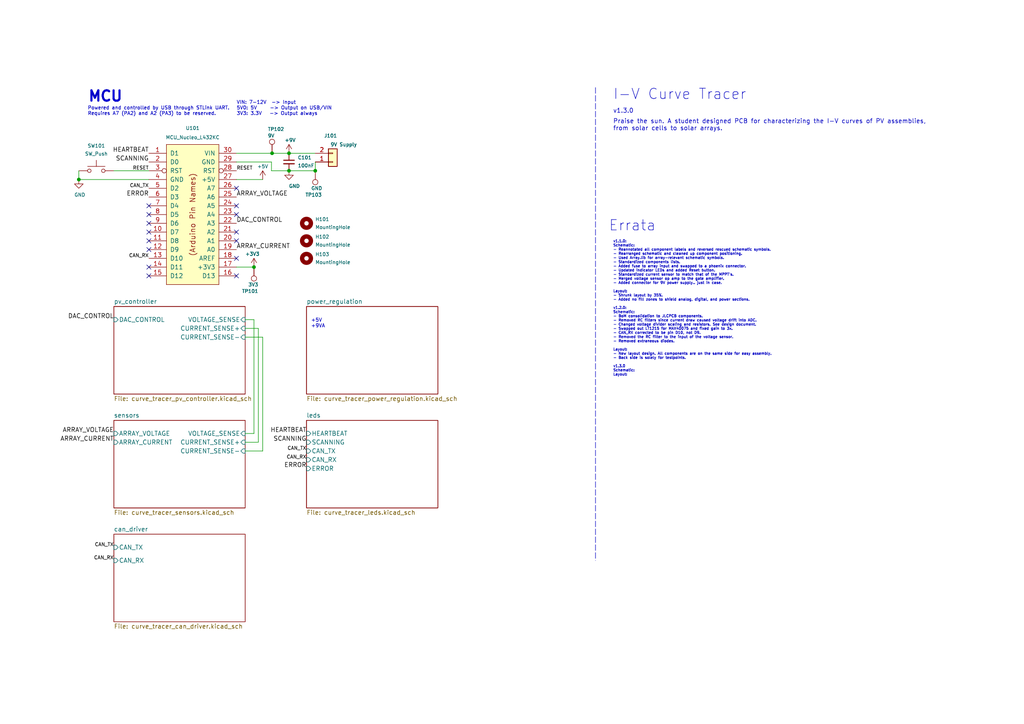
<source format=kicad_sch>
(kicad_sch (version 20211123) (generator eeschema)
  (paper "A4")
  (title_block (title "Curve Tracer") (date "2022-06-05") (rev "1.3.0") (company "Longhorn Racing Solar") (comment 1 "Matthew Yu") (comment 2 "Gary Hallock"))
  (lib_symbols
    (symbol "Array:MCU_Nucleo_L432KC" (pin_names (offset 1.016))
      (property "Reference" "U" (at 0 -21.59 0))
      (property "Value" "MCU_Nucleo_L432KC" (at 0 21.59 0))
      (symbol "MCU_Nucleo_L432KC_0_0"
        (rectangle (start -7.62 20.32) (end 7.62 -20.32) (fill (type background)))
      )
      (symbol "MCU_Nucleo_L432KC_0_1"
        (text "(Arduino Pin Names)" (at 0 0 900) (effects (font (size 1.524 1.524))))
      )
      (symbol "MCU_Nucleo_L432KC_0_2"
        (text "(Nucleo Pin Names)" (at 0 0 900) (effects (font (size 1.524 1.524))))
      )
      (symbol "MCU_Nucleo_L432KC_1_1"
        (pin bidirectional line (at -12.7 17.78 0) (length 5.08) (name "D1") (number "1"))
        (pin bidirectional line (at -12.7 -5.08 0) (length 5.08) (name "D7") (number "10"))
        (pin bidirectional line (at -12.7 -7.62 0) (length 5.08) (name "D8") (number "11"))
        (pin bidirectional line (at -12.7 -10.16 0) (length 5.08) (name "D9") (number "12"))
        (pin bidirectional line (at -12.7 -12.7 0) (length 5.08) (name "D10") (number "13"))
        (pin bidirectional line (at -12.7 -15.24 0) (length 5.08) (name "D11") (number "14"))
        (pin bidirectional line (at -12.7 -17.78 0) (length 5.08) (name "D12") (number "15"))
        (pin bidirectional line (at 12.7 -17.78 180) (length 5.08) (name "D13") (number "16"))
        (pin power_out line (at 12.7 -15.24 180) (length 5.08) (name "+3V3") (number "17"))
        (pin input line (at 12.7 -12.7 180) (length 5.08) (name "AREF") (number "18"))
        (pin bidirectional line (at 12.7 -10.16 180) (length 5.08) (name "A0") (number "19"))
        (pin bidirectional line (at -12.7 15.24 0) (length 5.08) (name "D0") (number "2"))
        (pin bidirectional line (at 12.7 -7.62 180) (length 5.08) (name "A1") (number "20"))
        (pin bidirectional line (at 12.7 -5.08 180) (length 5.08) (name "A2") (number "21"))
        (pin bidirectional line (at 12.7 -2.54 180) (length 5.08) (name "A3") (number "22"))
        (pin bidirectional line (at 12.7 0 180) (length 5.08) (name "A4") (number "23"))
        (pin bidirectional line (at 12.7 2.54 180) (length 5.08) (name "A5") (number "24"))
        (pin bidirectional line (at 12.7 5.08 180) (length 5.08) (name "A6") (number "25"))
        (pin bidirectional line (at 12.7 7.62 180) (length 5.08) (name "A7") (number "26"))
        (pin power_out line (at 12.7 10.16 180) (length 5.08) (name "+5V") (number "27"))
        (pin input inverted (at 12.7 12.7 180) (length 5.08) (name "RST") (number "28"))
        (pin power_out line (at 12.7 15.24 180) (length 5.08) (name "GND") (number "29"))
        (pin input inverted (at -12.7 12.7 0) (length 5.08) (name "RST") (number "3"))
        (pin power_out line (at 12.7 17.78 180) (length 5.08) (name "VIN") (number "30"))
        (pin power_in line (at -12.7 10.16 0) (length 5.08) (name "GND") (number "4"))
        (pin bidirectional line (at -12.7 7.62 0) (length 5.08) (name "D2") (number "5"))
        (pin bidirectional line (at -12.7 5.08 0) (length 5.08) (name "D3") (number "6"))
        (pin bidirectional line (at -12.7 2.54 0) (length 5.08) (name "D4") (number "7"))
        (pin bidirectional line (at -12.7 0 0) (length 5.08) (name "D5") (number "8"))
        (pin bidirectional line (at -12.7 -2.54 0) (length 5.08) (name "D6") (number "9"))
      )
      (symbol "MCU_Nucleo_L432KC_1_2"
        (pin bidirectional line (at -12.7 17.78 0) (length 5.08) (name "PA9") (number "1"))
        (pin bidirectional line (at -12.7 -5.08 0) (length 5.08) (name "PC14") (number "10"))
        (pin bidirectional line (at -12.7 -7.62 0) (length 5.08) (name "PC15") (number "11"))
        (pin bidirectional line (at -12.7 -10.16 0) (length 5.08) (name "PA8") (number "12"))
        (pin bidirectional line (at -12.7 -12.7 0) (length 5.08) (name "PA11") (number "13"))
        (pin bidirectional line (at -12.7 -15.24 0) (length 5.08) (name "PB5") (number "14"))
        (pin bidirectional line (at -12.7 -17.78 0) (length 5.08) (name "PB4") (number "15"))
        (pin bidirectional line (at 12.7 -17.78 180) (length 5.08) (name "PB3") (number "16"))
        (pin power_out line (at 12.7 -15.24 180) (length 5.08) (name "+3V3") (number "17"))
        (pin input line (at 12.7 -12.7 180) (length 5.08) (name "AREF") (number "18"))
        (pin bidirectional line (at 12.7 -10.16 180) (length 5.08) (name "PA0") (number "19"))
        (pin bidirectional line (at -12.7 15.24 0) (length 5.08) (name "PA10") (number "2"))
        (pin bidirectional line (at 12.7 -7.62 180) (length 5.08) (name "PA1") (number "20"))
        (pin bidirectional line (at 12.7 -5.08 180) (length 5.08) (name "PA3") (number "21"))
        (pin bidirectional line (at 12.7 -2.54 180) (length 5.08) (name "PA4") (number "22"))
        (pin bidirectional line (at 12.7 0 180) (length 5.08) (name "PA5") (number "23"))
        (pin bidirectional line (at 12.7 2.54 180) (length 5.08) (name "PA6") (number "24"))
        (pin bidirectional line (at 12.7 5.08 180) (length 5.08) (name "PA7") (number "25"))
        (pin bidirectional line (at 12.7 7.62 180) (length 5.08) (name "PA2") (number "26"))
        (pin power_out line (at 12.7 10.16 180) (length 5.08) (name "+5V") (number "27"))
        (pin input inverted (at 12.7 12.7 180) (length 5.08) (name "RST") (number "28"))
        (pin power_in line (at 12.7 15.24 180) (length 5.08) (name "GND") (number "29"))
        (pin input inverted (at -12.7 12.7 0) (length 5.08) (name "RST") (number "3"))
        (pin power_in line (at 12.7 17.78 180) (length 5.08) (name "VIN") (number "30"))
        (pin power_in line (at -12.7 10.16 0) (length 5.08) (name "GND") (number "4"))
        (pin bidirectional line (at -12.7 7.62 0) (length 5.08) (name "PA12") (number "5"))
        (pin bidirectional line (at -12.7 5.08 0) (length 5.08) (name "PB0") (number "6"))
        (pin bidirectional line (at -12.7 2.54 0) (length 5.08) (name "PB7") (number "7"))
        (pin bidirectional line (at -12.7 0 0) (length 5.08) (name "PB6") (number "8"))
        (pin bidirectional line (at -12.7 -2.54 0) (length 5.08) (name "PB1") (number "9"))
      )
    )
    (symbol "Connector:TestPoint" (pin_numbers hide) (pin_names (offset 0.762) hide)
      (property "Reference" "TP" (at 0 6.858 0))
      (property "Value" "TestPoint" (at 0 5.08 0))
      (symbol "TestPoint_0_1"
        (circle (center 0 3.302) (radius 0.762))
      )
      (symbol "TestPoint_1_1"
        (pin passive line (at 0 0 90) (length 2.54) (name "1") (number "1"))
      )
    )
    (symbol "Connector_Generic:Conn_01x02" (pin_names (offset 1.016) hide)
      (property "Reference" "J" (at 0 2.54 0))
      (property "Value" "Conn_01x02" (at 0 -5.08 0))
      (symbol "Conn_01x02_1_1"
        (rectangle (start -1.27 -2.413) (end 0 -2.667) (stroke (width 0.1524)))
        (rectangle (start -1.27 0.127) (end 0 -0.127) (stroke (width 0.1524)))
        (rectangle (start -1.27 1.27) (end 1.27 -3.81) (stroke (width 0.254)) (fill (type background)))
        (pin passive line (at -5.08 0 0) (length 3.81) (name "Pin_1") (number "1"))
        (pin passive line (at -5.08 -2.54 0) (length 3.81) (name "Pin_2") (number "2"))
      )
    )
    (symbol "Device:C_Small" (pin_numbers hide) (pin_names (offset 0.254) hide)
      (property "Reference" "C" (at 0.254 1.778 0))
      (property "Value" "C_Small" (at 0.254 -2.032 0))
      (symbol "C_Small_0_1"
        (polyline (pts (xy -1.524 -0.508) (xy 1.524 -0.508)) (stroke (width 0.3302)))
        (polyline (pts (xy -1.524 0.508) (xy 1.524 0.508)) (stroke (width 0.3048)))
      )
      (symbol "C_Small_1_1"
        (pin passive line (at 0 2.54 270) (length 2.032) (name "~") (number "1"))
        (pin passive line (at 0 -2.54 90) (length 2.032) (name "~") (number "2"))
      )
    )
    (symbol "Mechanical:MountingHole" (pin_names (offset 1.016))
      (property "Reference" "H" (at 0 5.08 0))
      (property "Value" "MountingHole" (at 0 3.175 0))
      (symbol "MountingHole_0_1"
        (circle (center 0 0) (radius 1.27) (stroke (width 1.27)))
      )
    )
    (symbol "Switch:SW_Push" (pin_numbers hide) (pin_names (offset 1.016) hide)
      (property "Reference" "SW" (at 1.27 2.54 0))
      (property "Value" "SW_Push" (at 0 -1.524 0))
      (symbol "SW_Push_0_1"
        (circle (center -2.032 0) (radius 0.508))
        (polyline (pts (xy 0 1.27) (xy 0 3.048)))
        (polyline (pts (xy 2.54 1.27) (xy -2.54 1.27)))
        (circle (center 2.032 0) (radius 0.508))
        (pin passive line (at -5.08 0 0) (length 2.54) (name "1") (number "1"))
        (pin passive line (at 5.08 0 180) (length 2.54) (name "2") (number "2"))
      )
    )
    (symbol "power:+3V3" (power) (pin_names (offset 0))
      (property "Value" "+3V3" (at 0 3.556 0))
      (symbol "+3V3_0_1"
        (polyline (pts (xy -0.762 1.27) (xy 0 2.54)))
        (polyline (pts (xy 0 0) (xy 0 2.54)))
        (polyline (pts (xy 0 2.54) (xy 0.762 1.27)))
      )
      (symbol "+3V3_1_1"
        (pin power_in line (at 0 0 90) (length 0) hide (name "+3V3") (number "1"))
      )
    )
    (symbol "power:+5V" (power) (pin_names (offset 0))
      (property "Value" "+5V" (at 0 3.556 0))
      (symbol "+5V_0_1"
        (polyline (pts (xy -0.762 1.27) (xy 0 2.54)))
        (polyline (pts (xy 0 0) (xy 0 2.54)))
        (polyline (pts (xy 0 2.54) (xy 0.762 1.27)))
      )
      (symbol "+5V_1_1"
        (pin power_in line (at 0 0 90) (length 0) hide (name "+5V") (number "1"))
      )
    )
    (symbol "power:+9V" (power) (pin_names (offset 0))
      (property "Value" "+9V" (at 0 3.556 0))
      (symbol "+9V_0_1"
        (polyline (pts (xy -0.762 1.27) (xy 0 2.54)))
        (polyline (pts (xy 0 0) (xy 0 2.54)))
        (polyline (pts (xy 0 2.54) (xy 0.762 1.27)))
      )
      (symbol "+9V_1_1"
        (pin power_in line (at 0 0 90) (length 0) hide (name "+9V") (number "1"))
      )
    )
    (symbol "power:GND" (power) (pin_names (offset 0))
      (property "Value" "GND" (at 0 -3.81 0))
      (symbol "GND_0_1"
        (polyline (pts (xy 0 0) (xy 0 -1.27) (xy 1.27 -1.27) (xy 0 -2.54) (xy -1.27 -1.27) (xy 0 -1.27)))
      )
      (symbol "GND_1_1"
        (pin power_in line (at 0 0 270) (length 0) hide (name "GND") (number "1"))
      )
    )
  )
  (junction (at 83.82 44.45))
  (junction (at 78.911 44.45))
  (junction (at 83.82 49.53))
  (junction (at 22.86 52.07))
  (junction (at 73.66 77.47))
  (junction (at 91.44 49.53))
  (no_connect (at 68.58 74.93))
  (no_connect (at 43.18 80.01))
  (no_connect (at 43.18 72.39))
  (no_connect (at 43.18 69.85))
  (no_connect (at 43.18 64.77))
  (no_connect (at 68.58 54.61))
  (no_connect (at 68.58 80.01))
  (no_connect (at 43.18 59.69))
  (no_connect (at 68.58 67.31))
  (no_connect (at 68.58 62.23))
  (no_connect (at 43.18 67.31))
  (no_connect (at 43.18 77.47))
  (no_connect (at 68.58 69.85))
  (no_connect (at 43.18 62.23))
  (no_connect (at 68.58 59.69))
  (wire (pts (xy 71.12 97.79) (xy 76.2 97.79)))
  (wire (pts (xy 71.12 92.71) (xy 73.66 92.71)))
  (wire (pts (xy 71.12 95.25) (xy 74.93 95.25)))
  (wire (pts (xy 83.82 44.45) (xy 91.44 44.45)))
  (wire (pts (xy 73.66 77.47) (xy 68.58 77.47)))
  (polyline (pts (xy 172.72 25.4) (xy 172.72 162.56)))
  (wire (pts (xy 73.66 92.71) (xy 73.66 125.73)))
  (wire (pts (xy 33.02 49.53) (xy 43.18 49.53)))
  (wire (pts (xy 68.58 44.45) (xy 78.911 44.45)))
  (wire (pts (xy 68.58 52.07) (xy 76.2 52.07)))
  (wire (pts (xy 74.93 128.27) (xy 71.12 128.27)))
  (wire (pts (xy 76.2 97.79) (xy 76.2 130.81)))
  (wire (pts (xy 78.74 46.99) (xy 78.74 49.53)))
  (wire (pts (xy 68.58 46.99) (xy 78.74 46.99)))
  (wire (pts (xy 83.82 49.53) (xy 91.44 49.53)))
  (wire (pts (xy 22.86 52.07) (xy 43.18 52.07)))
  (wire (pts (xy 22.86 49.53) (xy 22.86 52.07)))
  (wire (pts (xy 74.93 95.25) (xy 74.93 128.27)))
  (wire (pts (xy 78.911 44.45) (xy 83.82 44.45)))
  (wire (pts (xy 78.74 49.53) (xy 83.82 49.53)))
  (wire (pts (xy 91.44 46.99) (xy 91.44 49.53)))
  (wire (pts (xy 76.2 130.81) (xy 71.12 130.81)))
  (wire (pts (xy 73.66 125.73) (xy 71.12 125.73)))
  (text "Errata\n" (at 176.53 67.31 0) (effects (font (size 3 3)) (justify left bottom)))
  (text "Praise the sun. A student designed PCB for characterizing the I-V curves of PV assemblies, \nfrom solar cells to solar arrays." (at 177.8 38.1 0) (effects (font (size 1.27 1.27)) (justify left bottom)))
  (text "I-V Curve Tracer" (at 177.8 29.21 0) (effects (font (size 3 3)) (justify left bottom)))
  (text "+5V\n+9VA" (at 90.17 95.25 0) (effects (font (size 1.016 1.016)) (justify left bottom)))
  (text "MCU" (at 25.4 29.845 0) (effects (font (size 3 3) (thickness 0.6096) bold) (justify left bottom)))
  (text "Powered and controlled by USB through STLink UART.\nRequires A7 (PA2) and A2 (PA3) to be reserved." (at 25.4 33.655 0) (effects (font (size 1 1)) (justify left bottom)))
  (text "v1.1.0:\nSchematic:\n- Reannotated all component labels and reversed rescued schematic symbols.\n- Rearranged schematic and cleaned up component positioning.\n- Used Array.lib for array-relevant schematic symbols.\n- Standardized components lists.\n- Added fuse to array input and swapped to a phoenix connector.\n- Updated indicator LEDs and added Reset button.\n- Standardized current sensor to match that of the MPPT's.\n- Merged voltage sensor op amp to the gate amplifier.\n- Added connector for 9V power supply.. just in case.\n\nLayout:\n- Shrunk layout by 35%.\n- Added no fill zones to shield analog, digital, and power sections.\n\nv1.2.0:\nSchematic:\n- BoM consolidation to JLCPCB components.\n- Removed RC filters since current draw caused voltage drift into ADC.\n- Changed voltage divider scaling and resistors. See design document.\n- Swapped out LT1215 for MAX40075 and fixed gain to 3x.\n- CAN_RX corrected to be pin D10, not D9.\n- Removed the RC filter to the input of the voltage sensor.\n- Removed extraneous diodes.\n\nLayout:\n- New layout design. All components are on the same side for easy assembly.\n- Back side is solely for testpoints.\n\nv1.3.0\nSchematic:\nLayout:" (at 177.8 109.22 0) (effects (font (size 0.75 0.75)) (justify left bottom)))
  (text "v1.3.0" (at 177.8 33.02 0) (effects (font (size 1.27 1.27)) (justify left bottom)))
  (text "VIN: 7-12V  -> Input\n5V0: 5V     -> Output on USB/VIN\n3V3: 3.3V   -> Output always" (at 68.58 33.655 0) (effects (font (size 1 1)) (justify left bottom)))
  (label "ARRAY_VOLTAGE" (at 68.58 57.15 0))
  (label "HEARTBEAT" (at 43.18 44.45 180))
  (label "SCANNING" (at 43.18 46.99 180))
  (label "CAN_TX" (at 43.18 54.61 180) (effects (font (size 1 1))))
  (label "RESET" (at 68.58 49.53 0) (effects (font (size 1 1))))
  (label "DAC_CONTROL" (at 33.02 92.71 180))
  (label "DAC_CONTROL" (at 68.58 64.77 0))
  (label "RESET" (at 43.18 49.53 180) (effects (font (size 1 1))))
  (label "ARRAY_CURRENT" (at 68.58 72.39 0))
  (label "CAN_RX" (at 33.02 162.56 180) (effects (font (size 1 1))))
  (label "ARRAY_VOLTAGE" (at 33.02 125.73 180))
  (label "CAN_RX" (at 43.18 74.93 180) (effects (font (size 1 1))))
  (label "SCANNING" (at 88.9 128.27 180))
  (label "ERROR" (at 88.9 135.89 180))
  (label "ERROR" (at 43.18 57.15 180))
  (label "HEARTBEAT" (at 88.9 125.73 180))
  (label "CAN_RX" (at 88.9 133.35 180) (effects (font (size 1 1))))
  (label "ARRAY_CURRENT" (at 33.02 128.27 180))
  (label "CAN_TX" (at 33.02 158.75 180) (effects (font (size 1 1))))
  (label "CAN_TX" (at 88.9 130.81 180) (effects (font (size 1 1))))
  (symbol (lib_id "power:+5V") (at 76.2 52.07 0) (unit 1)
    (property "Reference" "#PWR0103" (effects hide))
    (property "Value" "+5V" (at 76.2 48.26 0) (effects (font (size 1 1))))
  )
  (symbol (lib_id "Mechanical:MountingHole") (at 88.9 64.77 0) (unit 1)
    (property "Reference" "H101" (at 91.44 63.6016 0) (effects (font (size 1 1)) (justify left)))
    (property "Value" "MountingHole" (at 91.44 65.913 0) (effects (font (size 1 1)) (justify left)))
    (property "Footprint" "MountingHole:MountingHole_2.2mm_M2" (effects hide))
    (property "Part Number" "N/A" (effects hide))
  )
  (symbol (lib_id "Mechanical:MountingHole") (at 88.9 69.85 0) (unit 1)
    (property "Reference" "H102" (at 91.44 68.6816 0) (effects (font (size 1 1)) (justify left)))
    (property "Value" "MountingHole" (at 91.44 70.993 0) (effects (font (size 1 1)) (justify left)))
    (property "Footprint" "MountingHole:MountingHole_2.2mm_M2" (effects hide))
    (property "Part Number" "N/A" (effects hide))
  )
  (symbol (lib_id "Array:MCU_Nucleo_L432KC") (at 55.88 62.23 0) (unit 1)
    (property "Reference" "U101" (at 55.88 37.1602 0) (effects (font (size 1 1))))
    (property "Value" "MCU_Nucleo_L432KC" (at 55.88 39.8526 0) (effects (font (size 1 1))))
    (property "Footprint" "Footprints:MODULE_NUCLEO-L432KC" (effects hide))
    (property "Datasheet" "https://www.mouser.com/datasheet/2/389/nucleo-f031k6-1484037.pdf" (effects hide))
    (property "Distributor" "Mouser" (effects hide))
    (property "Manufacturer" "STMicroelectronics" (effects hide))
    (property "Part Number" "511-NUCLEO-L432KC" (effects hide))
    (property "JLCPCB BOM" "0" (effects hide))
    (property "LCSC Part" "N/A" (effects hide))
    (property "Projected Cost" "10.64" (effects hide))
    (property "Purchase Page" "https://www.mouser.com/ProductDetail/STMicroelectronics/NUCLEO-L432KC?qs=qzCNEk%252BRr%252BajjPvxjwWK5g%3D%3D" (effects hide))
  )
  (symbol (lib_id "power:+9V") (at 83.82 44.45 0) (unit 1)
    (property "Reference" "#PWR0104" (effects hide))
    (property "Value" "+9V" (at 82.55 40.64 0) (effects (font (size 1 1)) (justify left)))
  )
  (symbol (lib_id "Device:C_Small") (at 83.82 46.99 0) (unit 1)
    (property "Reference" "C101" (at 86.36 45.72 0) (effects (font (size 1 1)) (justify left)))
    (property "Value" "100nF" (at 86.36 48.0314 0) (effects (font (size 1 1)) (justify left)))
    (property "Footprint" "Capacitor_SMD:C_0805_2012Metric" (effects hide))
    (property "Datasheet" "https://datasheet.lcsc.com/lcsc/1810191216_Samsung-Electro-Mechanics-CL21B104KCFNNNE_C28233.pdf" (effects hide))
    (property "Distributor" "JLCPCB" (effects hide))
    (property "Manufacturer" "Samsung Electro-Mechanics" (effects hide))
    (property "Part Number" "N/A" (effects hide))
    (property "JLCPCB BOM" "1" (effects hide))
    (property "LCSC Part" "C28233" (effects hide))
    (property "Projected Cost" "0.0083" (effects hide))
    (property "Purchase Page" "N/A" (effects hide))
  )
  (symbol (lib_id "Switch:SW_Push") (at 27.94 49.53 0) (unit 1)
    (property "Reference" "SW101" (at 27.94 42.291 0) (effects (font (size 1 1))))
    (property "Value" "SW_Push" (at 27.94 44.6024 0) (effects (font (size 1 1))))
    (property "Footprint" "Button_Switch_THT:SW_PUSH_6mm" (effects hide))
    (property "Datasheet" "https://www.mouser.com/datasheet/2/670/ts02-2586188.pdf" (effects hide))
    (property "Distributor" "Mouser" (effects hide))
    (property "Manufacturer" "CUI Devices" (effects hide))
    (property "Part Number" "179-TS026650BK260SCR" (effects hide))
    (property "JLCPCB BOM" "0" (effects hide))
    (property "LCSC Part" "N/A" (effects hide))
    (property "Projected Cost" "0.10" (effects hide))
    (property "Purchase Page" "https://www.mouser.com/ProductDetail/CUI-Devices/TS02-66-50-BK-260-SCR-D?qs=A6eO%252BMLsxmQtNldP04biKA%3D%3D" (effects hide))
  )
  (symbol (lib_id "power:GND") (at 22.86 52.07 0) (unit 1)
    (property "Reference" "#PWR0101" (effects hide))
    (property "Value" "GND" (at 24.765 56.515 0) (effects (font (size 1 1)) (justify right)))
  )
  (symbol (lib_id "power:+3V3") (at 73.66 77.47 0) (unit 1)
    (property "Reference" "#PWR0102" (effects hide))
    (property "Value" "+3V3" (at 71.12 73.66 0) (effects (font (size 1 1)) (justify left)))
  )
  (symbol (lib_id "Connector_Generic:Conn_01x02") (at 96.52 46.99 0) (mirror x) (unit 1)
    (property "Reference" "J101" (at 95.885 39.37 0) (effects (font (size 1 1))))
    (property "Value" "9V Supply" (at 99.695 41.91 0) (effects (font (size 1 1))))
    (property "Footprint" "Connector_Molex:Molex_Micro-Fit_3.0_43650-0215_1x02_P3.00mm_Vertical" (effects hide))
    (property "Datasheet" "https://www.mouser.com/datasheet/2/276/0436500215_PCB_HEADERS-148687.pdf" (effects hide))
    (property "Distributor" "Mouser" (effects hide))
    (property "Manufacturer" "Molex" (effects hide))
    (property "Part Number" "538-43650-0215" (effects hide))
    (property "JLCPCB BOM" "0" (effects hide))
    (property "LCSC Part" "N/A" (effects hide))
    (property "Projected Cost" "1.46" (effects hide))
    (property "Purchase Page" "https://www.mouser.com/ProductDetail/538-43650-0215" (effects hide))
  )
  (symbol (lib_id "Connector:TestPoint") (at 91.44 49.53 180) (unit 1)
    (property "Reference" "TP103" (at 93.345 56.515 0) (effects (font (size 1 1)) (justify left)))
    (property "Value" "GND" (at 93.472 54.61 0) (effects (font (size 1 1)) (justify left)))
    (property "Footprint" "TestPoint:TestPoint_Pad_1.0x1.0mm" (effects hide))
    (property "Part Number" "N/A" (effects hide))
  )
  (symbol (lib_id "Mechanical:MountingHole") (at 88.9 74.93 0) (unit 1)
    (property "Reference" "H103" (at 91.44 73.7616 0) (effects (font (size 1 1)) (justify left)))
    (property "Value" "MountingHole" (at 91.44 76.073 0) (effects (font (size 1 1)) (justify left)))
    (property "Footprint" "MountingHole:MountingHole_2.2mm_M2" (effects hide))
    (property "Part Number" "N/A" (effects hide))
  )
  (symbol (lib_id "Connector:TestPoint") (at 73.66 77.47 180) (unit 1)
    (property "Reference" "TP101" (at 74.93 84.455 0) (effects (font (size 1 1)) (justify left)))
    (property "Value" "3V3" (at 74.93 82.55 0) (effects (font (size 1 1)) (justify left)))
    (property "Footprint" "TestPoint:TestPoint_Pad_1.0x1.0mm" (effects hide))
    (property "Part Number" "N/A" (effects hide))
  )
  (symbol (lib_id "power:GND") (at 83.82 49.53 0) (unit 1)
    (property "Reference" "#PWR0105" (effects hide))
    (property "Value" "GND" (at 86.995 53.975 0) (effects (font (size 1 1)) (justify right)))
  )
  (symbol (lib_id "Connector:TestPoint") (at 78.911 44.45 0) (unit 1)
    (property "Reference" "TP102" (at 77.641 37.465 0) (effects (font (size 1 1)) (justify left)))
    (property "Value" "9V" (at 77.641 39.37 0) (effects (font (size 1 1)) (justify left)))
    (property "Footprint" "TestPoint:TestPoint_Pad_1.0x1.0mm" (effects hide))
    (property "Part Number" "N/A" (effects hide))
  )
  (sheet (at 88.9 121.92) (size 38.1 25.4) (stroke (width 0.1524))
    (property "Sheet name" "leds" (at 88.9 121.2084 0) (effects (justify left bottom)))
    (property "Sheet file" "curve_tracer_leds.kicad_sch" (at 88.9 147.9046 0) (effects (justify left top)))
    (pin "CAN_RX" input (at 88.9 133.35 180))
    (pin "ERROR" input (at 88.9 135.89 180))
    (pin "CAN_TX" input (at 88.9 130.81 180))
    (pin "SCANNING" input (at 88.9 128.27 180))
    (pin "HEARTBEAT" input (at 88.9 125.73 180))
  )
  (sheet (at 33.02 88.9) (size 38.1 25.4) (stroke (width 0.1524))
    (property "Sheet name" "pv_controller" (at 33.02 88.1884 0) (effects (justify left bottom)))
    (property "Sheet file" "curve_tracer_pv_controller.kicad_sch" (at 33.02 114.8846 0) (effects (justify left top)))
    (pin "VOLTAGE_SENSE" input (at 71.12 92.71 0))
    (pin "DAC_CONTROL" input (at 33.02 92.71 180))
    (pin "CURRENT_SENSE-" input (at 71.12 97.79 0))
    (pin "CURRENT_SENSE+" input (at 71.12 95.25 0))
  )
  (sheet (at 88.9 88.9) (size 38.1 25.4) (stroke (width 0.1524))
    (property "Sheet name" "power_regulation" (at 88.9 88.1884 0) (effects (justify left bottom)))
    (property "Sheet file" "curve_tracer_power_regulation.kicad_sch" (at 88.9 114.8846 0) (effects (justify left top)))
  )
  (sheet (at 33.02 121.92) (size 38.1 25.4) (stroke (width 0.1524))
    (property "Sheet name" "sensors" (at 33.02 121.2084 0) (effects (justify left bottom)))
    (property "Sheet file" "curve_tracer_sensors.kicad_sch" (at 33.02 147.9046 0) (effects (justify left top)))
    (pin "ARRAY_VOLTAGE" input (at 33.02 125.73 180))
    (pin "VOLTAGE_SENSE" input (at 71.12 125.73 0))
    (pin "CURRENT_SENSE-" input (at 71.12 130.81 0))
    (pin "CURRENT_SENSE+" input (at 71.12 128.27 0))
    (pin "ARRAY_CURRENT" input (at 33.02 128.27 180))
  )
  (sheet (at 33.02 154.94) (size 38.1 25.4) (stroke (width 0.1524))
    (property "Sheet name" "can_driver" (at 33.02 154.2284 0) (effects (justify left bottom)))
    (property "Sheet file" "curve_tracer_can_driver.kicad_sch" (at 33.02 180.9246 0) (effects (justify left top)))
    (pin "CAN_TX" input (at 33.02 158.75 180))
    (pin "CAN_RX" input (at 33.02 162.56 180))
  )
)
</source>
